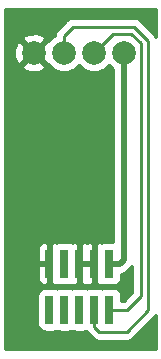
<source format=gbr>
G04 #@! TF.GenerationSoftware,KiCad,Pcbnew,5.0.0-rc2-dev-unknown+dfsg1+20180318-3*
G04 #@! TF.CreationDate,2018-05-24T18:55:41-07:00*
G04 #@! TF.ProjectId,programmer,70726F6772616D6D65722E6B69636164,rev?*
G04 #@! TF.SameCoordinates,Original*
G04 #@! TF.FileFunction,Copper,L1,Top,Signal*
G04 #@! TF.FilePolarity,Positive*
%FSLAX46Y46*%
G04 Gerber Fmt 4.6, Leading zero omitted, Abs format (unit mm)*
G04 Created by KiCad (PCBNEW 5.0.0-rc2-dev-unknown+dfsg1+20180318-3) date Thu May 24 18:55:41 2018*
%MOMM*%
%LPD*%
G01*
G04 APERTURE LIST*
%ADD10R,0.740000X2.400000*%
%ADD11C,2.000000*%
%ADD12C,0.500000*%
%ADD13C,0.250000*%
%ADD14C,0.254000*%
G04 APERTURE END LIST*
D10*
X140940000Y-66650000D03*
X140940000Y-70550000D03*
X139670000Y-66650000D03*
X139670000Y-70550000D03*
X138400000Y-66650000D03*
X138400000Y-70550000D03*
X137130000Y-66650000D03*
X137130000Y-70550000D03*
X135860000Y-66650000D03*
X135860000Y-70550000D03*
D11*
X142140000Y-48800000D03*
X139600000Y-48800000D03*
X137060000Y-48800000D03*
X134520000Y-48800000D03*
D12*
X142140000Y-48800000D02*
X142140000Y-66320000D01*
X142140000Y-66320000D02*
X141810000Y-66650000D01*
X141810000Y-66650000D02*
X140940000Y-66650000D01*
D13*
X141200000Y-47200000D02*
X142800000Y-47200000D01*
X139600000Y-48800000D02*
X141200000Y-47200000D01*
X142800000Y-47200000D02*
X143600000Y-48000000D01*
X143600000Y-69400000D02*
X142450000Y-70550000D01*
X143600000Y-48000000D02*
X143600000Y-69400000D01*
X142450000Y-70550000D02*
X140940000Y-70550000D01*
X138400000Y-46600000D02*
X138200000Y-46600000D01*
X138800000Y-46600000D02*
X138400000Y-46600000D01*
X137060000Y-48800000D02*
X137060000Y-47385787D01*
X137060000Y-47385787D02*
X137845787Y-46600000D01*
X137845787Y-46600000D02*
X138400000Y-46600000D01*
X139200000Y-46600000D02*
X138800000Y-46600000D01*
X143000000Y-46600000D02*
X139200000Y-46600000D01*
X144200000Y-47800000D02*
X143000000Y-46600000D01*
X144200000Y-70600000D02*
X144200000Y-47800000D01*
X142400000Y-72400000D02*
X144200000Y-70600000D01*
X140070000Y-72400000D02*
X142400000Y-72400000D01*
X139670000Y-70550000D02*
X139670000Y-72000000D01*
X139670000Y-72000000D02*
X140070000Y-72400000D01*
D14*
X144873000Y-45127000D02*
X132127000Y-45127000D01*
X144873000Y-45368300D02*
X132127000Y-45368300D01*
X144873000Y-45609600D02*
X132127000Y-45609600D01*
X137716138Y-45850900D02*
X132127000Y-45850900D01*
X144873000Y-45850900D02*
X143129650Y-45850900D01*
X137271045Y-46092200D02*
X132127000Y-46092200D01*
X144873000Y-46092200D02*
X143574743Y-46092200D01*
X137037486Y-46333500D02*
X132127000Y-46333500D01*
X144873000Y-46333500D02*
X143808302Y-46333500D01*
X136796186Y-46574800D02*
X132127000Y-46574800D01*
X144873000Y-46574800D02*
X144049602Y-46574800D01*
X136544636Y-46816100D02*
X132127000Y-46816100D01*
X144873000Y-46816100D02*
X144290902Y-46816100D01*
X136365379Y-47057400D02*
X132127000Y-47057400D01*
X144873000Y-47057400D02*
X144532202Y-47057400D01*
X133843492Y-47298700D02*
X132127000Y-47298700D01*
X136302435Y-47298700D02*
X135173780Y-47298700D01*
X144873000Y-47298700D02*
X144779086Y-47298700D01*
X133586807Y-47540000D02*
X132127000Y-47540000D01*
X136007761Y-47540000D02*
X135453194Y-47540000D01*
X133680905Y-47781300D02*
X132127000Y-47781300D01*
X135766461Y-47781300D02*
X135359095Y-47781300D01*
X133064627Y-48022600D02*
X132127000Y-48022600D01*
X133922205Y-48022600D02*
X133562995Y-48022600D01*
X135477005Y-48022600D02*
X135117795Y-48022600D01*
X132974981Y-48263900D02*
X132127000Y-48263900D01*
X134163505Y-48263900D02*
X133804295Y-48263900D01*
X135235705Y-48263900D02*
X134876495Y-48263900D01*
X132885335Y-48505200D02*
X132127000Y-48505200D01*
X134404805Y-48505200D02*
X134045595Y-48505200D01*
X134994405Y-48505200D02*
X134635195Y-48505200D01*
X132881901Y-48746500D02*
X132127000Y-48746500D01*
X134753105Y-48746500D02*
X134286895Y-48746500D01*
X132890829Y-48987800D02*
X132127000Y-48987800D01*
X134511805Y-48987800D02*
X134152595Y-48987800D01*
X134887405Y-48987800D02*
X134528195Y-48987800D01*
X132916220Y-49229100D02*
X132127000Y-49229100D01*
X134270505Y-49229100D02*
X133911295Y-49229100D01*
X135128705Y-49229100D02*
X134769495Y-49229100D01*
X133016169Y-49470400D02*
X132127000Y-49470400D01*
X134029205Y-49470400D02*
X133669995Y-49470400D01*
X135370005Y-49470400D02*
X135010795Y-49470400D01*
X133201866Y-49711700D02*
X132127000Y-49711700D01*
X133787905Y-49711700D02*
X133428695Y-49711700D01*
X135611305Y-49711700D02*
X135252095Y-49711700D01*
X133547246Y-49953000D02*
X132127000Y-49953000D01*
X135900761Y-49953000D02*
X135492753Y-49953000D01*
X138440761Y-49953000D02*
X138219239Y-49953000D01*
X140980761Y-49953000D02*
X140759239Y-49953000D01*
X133636460Y-50194300D02*
X132127000Y-50194300D01*
X136153677Y-50194300D02*
X135403539Y-50194300D01*
X138693677Y-50194300D02*
X137966322Y-50194300D01*
X141233677Y-50194300D02*
X140506322Y-50194300D01*
X134227715Y-50435600D02*
X132127000Y-50435600D01*
X141255000Y-50435600D02*
X134534032Y-50435600D01*
X141255000Y-50676900D02*
X132127000Y-50676900D01*
X141255000Y-50918200D02*
X132127000Y-50918200D01*
X141255000Y-51159500D02*
X132127000Y-51159500D01*
X141255000Y-51400800D02*
X132127000Y-51400800D01*
X141255000Y-51642100D02*
X132127000Y-51642100D01*
X141255000Y-51883400D02*
X132127000Y-51883400D01*
X141255000Y-52124700D02*
X132127000Y-52124700D01*
X141255000Y-52366000D02*
X132127000Y-52366000D01*
X141255000Y-52607300D02*
X132127000Y-52607300D01*
X141255000Y-52848600D02*
X132127000Y-52848600D01*
X141255000Y-53089900D02*
X132127000Y-53089900D01*
X141255000Y-53331200D02*
X132127000Y-53331200D01*
X141255000Y-53572500D02*
X132127000Y-53572500D01*
X141255000Y-53813800D02*
X132127000Y-53813800D01*
X141255000Y-54055100D02*
X132127000Y-54055100D01*
X141255000Y-54296400D02*
X132127000Y-54296400D01*
X141255000Y-54537700D02*
X132127000Y-54537700D01*
X141255000Y-54779000D02*
X132127000Y-54779000D01*
X141255000Y-55020300D02*
X132127000Y-55020300D01*
X141255000Y-55261600D02*
X132127000Y-55261600D01*
X141255000Y-55502900D02*
X132127000Y-55502900D01*
X141255000Y-55744200D02*
X132127000Y-55744200D01*
X141255000Y-55985500D02*
X132127000Y-55985500D01*
X141255000Y-56226800D02*
X132127000Y-56226800D01*
X141255000Y-56468100D02*
X132127000Y-56468100D01*
X141255000Y-56709400D02*
X132127000Y-56709400D01*
X141255000Y-56950700D02*
X132127000Y-56950700D01*
X141255000Y-57192000D02*
X132127000Y-57192000D01*
X141255000Y-57433300D02*
X132127000Y-57433300D01*
X141255000Y-57674600D02*
X132127000Y-57674600D01*
X141255000Y-57915900D02*
X132127000Y-57915900D01*
X141255000Y-58157200D02*
X132127000Y-58157200D01*
X141255000Y-58398500D02*
X132127000Y-58398500D01*
X141255000Y-58639800D02*
X132127000Y-58639800D01*
X141255000Y-58881100D02*
X132127000Y-58881100D01*
X141255000Y-59122400D02*
X132127000Y-59122400D01*
X141255000Y-59363700D02*
X132127000Y-59363700D01*
X141255000Y-59605000D02*
X132127000Y-59605000D01*
X141255000Y-59846300D02*
X132127000Y-59846300D01*
X141255000Y-60087600D02*
X132127000Y-60087600D01*
X141255000Y-60328900D02*
X132127000Y-60328900D01*
X141255000Y-60570200D02*
X132127000Y-60570200D01*
X141255000Y-60811500D02*
X132127000Y-60811500D01*
X141255000Y-61052800D02*
X132127000Y-61052800D01*
X141255000Y-61294100D02*
X132127000Y-61294100D01*
X141255000Y-61535400D02*
X132127000Y-61535400D01*
X141255000Y-61776700D02*
X132127000Y-61776700D01*
X141255000Y-62018000D02*
X132127000Y-62018000D01*
X141255000Y-62259300D02*
X132127000Y-62259300D01*
X141255000Y-62500600D02*
X132127000Y-62500600D01*
X141255000Y-62741900D02*
X132127000Y-62741900D01*
X141255000Y-62983200D02*
X132127000Y-62983200D01*
X141255000Y-63224500D02*
X132127000Y-63224500D01*
X141255000Y-63465800D02*
X132127000Y-63465800D01*
X141255000Y-63707100D02*
X132127000Y-63707100D01*
X141255000Y-63948400D02*
X132127000Y-63948400D01*
X141255000Y-64189700D02*
X132127000Y-64189700D01*
X141255000Y-64431000D02*
X132127000Y-64431000D01*
X141255000Y-64672300D02*
X132127000Y-64672300D01*
X135128375Y-64913600D02*
X132127000Y-64913600D01*
X136047150Y-64913600D02*
X135672850Y-64913600D01*
X138587150Y-64913600D02*
X138212850Y-64913600D01*
X139857150Y-64913600D02*
X139482850Y-64913600D01*
X134924916Y-65154900D02*
X132127000Y-65154900D01*
X135987000Y-65154900D02*
X135733000Y-65154900D01*
X138527000Y-65154900D02*
X138273000Y-65154900D01*
X139797000Y-65154900D02*
X139543000Y-65154900D01*
X134855000Y-65396200D02*
X132127000Y-65396200D01*
X135987000Y-65396200D02*
X135733000Y-65396200D01*
X138527000Y-65396200D02*
X138273000Y-65396200D01*
X139797000Y-65396200D02*
X139543000Y-65396200D01*
X134855000Y-65637500D02*
X132127000Y-65637500D01*
X135987000Y-65637500D02*
X135733000Y-65637500D01*
X138527000Y-65637500D02*
X138273000Y-65637500D01*
X139797000Y-65637500D02*
X139543000Y-65637500D01*
X134855000Y-65878800D02*
X132127000Y-65878800D01*
X135987000Y-65878800D02*
X135733000Y-65878800D01*
X138527000Y-65878800D02*
X138273000Y-65878800D01*
X139797000Y-65878800D02*
X139543000Y-65878800D01*
X134855000Y-66120100D02*
X132127000Y-66120100D01*
X135987000Y-66120100D02*
X135733000Y-66120100D01*
X138527000Y-66120100D02*
X138273000Y-66120100D01*
X139797000Y-66120100D02*
X139543000Y-66120100D01*
X134855000Y-66361400D02*
X132127000Y-66361400D01*
X135987000Y-66361400D02*
X135733000Y-66361400D01*
X138527000Y-66361400D02*
X138273000Y-66361400D01*
X139797000Y-66361400D02*
X139543000Y-66361400D01*
X136007000Y-66602700D02*
X132127000Y-66602700D01*
X139817000Y-66602700D02*
X138253000Y-66602700D01*
X134946750Y-66844000D02*
X132127000Y-66844000D01*
X135987000Y-66844000D02*
X135733000Y-66844000D01*
X138527000Y-66844000D02*
X138273000Y-66844000D01*
X139797000Y-66844000D02*
X139543000Y-66844000D01*
X134855000Y-67085300D02*
X132127000Y-67085300D01*
X135987000Y-67085300D02*
X135733000Y-67085300D01*
X138527000Y-67085300D02*
X138273000Y-67085300D01*
X139797000Y-67085300D02*
X139543000Y-67085300D01*
X142840001Y-67085300D02*
X142626278Y-67085300D01*
X134855000Y-67326600D02*
X132127000Y-67326600D01*
X135987000Y-67326600D02*
X135733000Y-67326600D01*
X138527000Y-67326600D02*
X138273000Y-67326600D01*
X139797000Y-67326600D02*
X139543000Y-67326600D01*
X142840001Y-67326600D02*
X142390353Y-67326600D01*
X134855000Y-67567900D02*
X132127000Y-67567900D01*
X135987000Y-67567900D02*
X135733000Y-67567900D01*
X138527000Y-67567900D02*
X138273000Y-67567900D01*
X139797000Y-67567900D02*
X139543000Y-67567900D01*
X142840001Y-67567900D02*
X141957440Y-67567900D01*
X134855000Y-67809200D02*
X132127000Y-67809200D01*
X135987000Y-67809200D02*
X135733000Y-67809200D01*
X138527000Y-67809200D02*
X138273000Y-67809200D01*
X139797000Y-67809200D02*
X139543000Y-67809200D01*
X142840001Y-67809200D02*
X141957440Y-67809200D01*
X134885730Y-68050500D02*
X132127000Y-68050500D01*
X135987000Y-68050500D02*
X135733000Y-68050500D01*
X138527000Y-68050500D02*
X138273000Y-68050500D01*
X139797000Y-68050500D02*
X139543000Y-68050500D01*
X142840001Y-68050500D02*
X141917558Y-68050500D01*
X135033774Y-68291800D02*
X132127000Y-68291800D01*
X135987000Y-68291800D02*
X135733000Y-68291800D01*
X138527000Y-68291800D02*
X138273000Y-68291800D01*
X139797000Y-68291800D02*
X139543000Y-68291800D01*
X142840001Y-68291800D02*
X141778505Y-68291800D01*
X142840001Y-68533100D02*
X132127000Y-68533100D01*
X135208477Y-68774400D02*
X132127000Y-68774400D01*
X142840001Y-68774400D02*
X141591524Y-68774400D01*
X134949665Y-69015700D02*
X132127000Y-69015700D01*
X142840001Y-69015700D02*
X141850336Y-69015700D01*
X134861059Y-69257000D02*
X132127000Y-69257000D01*
X142668199Y-69257000D02*
X141938942Y-69257000D01*
X134842560Y-69498300D02*
X132127000Y-69498300D01*
X142426899Y-69498300D02*
X141957440Y-69498300D01*
X134842560Y-69739600D02*
X132127000Y-69739600D01*
X142185599Y-69739600D02*
X141957440Y-69739600D01*
X134842560Y-69980900D02*
X132127000Y-69980900D01*
X134842560Y-70222200D02*
X132127000Y-70222200D01*
X134842560Y-70463500D02*
X132127000Y-70463500D01*
X134842560Y-70704800D02*
X132127000Y-70704800D01*
X134842560Y-70946100D02*
X132127000Y-70946100D01*
X134842560Y-71187400D02*
X132127000Y-71187400D01*
X144873000Y-71187400D02*
X144688856Y-71187400D01*
X134842560Y-71428700D02*
X132127000Y-71428700D01*
X144873000Y-71428700D02*
X144446102Y-71428700D01*
X134842560Y-71670000D02*
X132127000Y-71670000D01*
X144873000Y-71670000D02*
X144204802Y-71670000D01*
X134874644Y-71911300D02*
X132127000Y-71911300D01*
X144873000Y-71911300D02*
X143963502Y-71911300D01*
X134995301Y-72152600D02*
X132127000Y-72152600D01*
X144873000Y-72152600D02*
X143722201Y-72152600D01*
X135472203Y-72393900D02*
X132127000Y-72393900D01*
X136742203Y-72393900D02*
X136247796Y-72393900D01*
X138012203Y-72393900D02*
X137517796Y-72393900D01*
X139019152Y-72393900D02*
X138787797Y-72393900D01*
X144873000Y-72393900D02*
X143480901Y-72393900D01*
X139230398Y-72635200D02*
X132127000Y-72635200D01*
X144873000Y-72635200D02*
X143239601Y-72635200D01*
X139471698Y-72876500D02*
X132127000Y-72876500D01*
X144873000Y-72876500D02*
X142998301Y-72876500D01*
X139782994Y-73117800D02*
X132127000Y-73117800D01*
X144873000Y-73117800D02*
X142687005Y-73117800D01*
X144873000Y-73359100D02*
X132127000Y-73359100D01*
X144873000Y-73600400D02*
X132127000Y-73600400D01*
X144873000Y-73841700D02*
X132127000Y-73841700D01*
X144873000Y-47439253D02*
X144873000Y-45127000D01*
X144873000Y-73873000D02*
X144873000Y-70960747D01*
X144631700Y-47156899D02*
X144631700Y-45127000D01*
X144631700Y-73873000D02*
X144631700Y-71243103D01*
X144390400Y-46915599D02*
X144390400Y-45127000D01*
X144390400Y-73873000D02*
X144390400Y-71484403D01*
X144149100Y-46674299D02*
X144149100Y-45127000D01*
X144149100Y-73873000D02*
X144149100Y-71725703D01*
X143907800Y-46432999D02*
X143907800Y-45127000D01*
X143907800Y-73873000D02*
X143907800Y-71967003D01*
X143666500Y-46191699D02*
X143666500Y-45127000D01*
X143666500Y-73873000D02*
X143666500Y-72208302D01*
X143425200Y-45970066D02*
X143425200Y-45127000D01*
X143425200Y-73873000D02*
X143425200Y-72449602D01*
X143183900Y-45861692D02*
X143183900Y-45127000D01*
X143183900Y-73873000D02*
X143183900Y-72690902D01*
X142942600Y-45836529D02*
X142942600Y-45127000D01*
X142942600Y-73873000D02*
X142942600Y-72951490D01*
X142701300Y-45840000D02*
X142701300Y-45127000D01*
X142701300Y-69223898D02*
X142701300Y-67010278D01*
X142701300Y-73873000D02*
X142701300Y-73112722D01*
X142460000Y-45840000D02*
X142460000Y-45127000D01*
X142460000Y-69465198D02*
X142460000Y-67270164D01*
X142460000Y-73873000D02*
X142460000Y-73162954D01*
X142218700Y-45840000D02*
X142218700Y-45127000D01*
X142218700Y-69706498D02*
X142218700Y-67441296D01*
X142218700Y-73873000D02*
X142218700Y-73160000D01*
X141977400Y-45840000D02*
X141977400Y-45127000D01*
X141977400Y-69790000D02*
X141977400Y-67519041D01*
X141977400Y-73873000D02*
X141977400Y-73160000D01*
X141736100Y-45840000D02*
X141736100Y-45127000D01*
X141736100Y-68871004D02*
X141736100Y-68328997D01*
X141736100Y-73873000D02*
X141736100Y-73160000D01*
X141494800Y-45840000D02*
X141494800Y-45127000D01*
X141494800Y-68739319D02*
X141494800Y-68460682D01*
X141494800Y-73873000D02*
X141494800Y-73160000D01*
X141253500Y-45840000D02*
X141253500Y-45127000D01*
X141253500Y-64802560D02*
X141253500Y-50202510D01*
X141253500Y-68702560D02*
X141253500Y-68497440D01*
X141253500Y-73873000D02*
X141253500Y-73160000D01*
X141012200Y-45840000D02*
X141012200Y-45127000D01*
X141012200Y-64802560D02*
X141012200Y-49984439D01*
X141012200Y-68702560D02*
X141012200Y-68497440D01*
X141012200Y-73873000D02*
X141012200Y-73160000D01*
X140770900Y-45840000D02*
X140770900Y-45127000D01*
X140770900Y-64802560D02*
X140770900Y-49941339D01*
X140770900Y-68702560D02*
X140770900Y-68497440D01*
X140770900Y-73873000D02*
X140770900Y-73160000D01*
X140529600Y-45840000D02*
X140529600Y-45127000D01*
X140529600Y-64810595D02*
X140529600Y-50182639D01*
X140529600Y-68710595D02*
X140529600Y-68489404D01*
X140529600Y-73873000D02*
X140529600Y-73160000D01*
X140288300Y-45840000D02*
X140288300Y-45127000D01*
X140288300Y-64865530D02*
X140288300Y-50284609D01*
X140288300Y-68752201D02*
X140288300Y-68434471D01*
X140288300Y-73873000D02*
X140288300Y-73160000D01*
X140047000Y-45840000D02*
X140047000Y-45127000D01*
X140047000Y-64815000D02*
X140047000Y-50384558D01*
X140047000Y-68703953D02*
X140047000Y-68485000D01*
X140047000Y-73873000D02*
X140047000Y-73170313D01*
X139805700Y-45840000D02*
X139805700Y-45127000D01*
X139805700Y-64965050D02*
X139805700Y-50435000D01*
X139805700Y-66777000D02*
X139805700Y-66523000D01*
X139805700Y-68702560D02*
X139805700Y-68334950D01*
X139805700Y-73873000D02*
X139805700Y-73122316D01*
X139564400Y-45840000D02*
X139564400Y-45127000D01*
X139564400Y-68702560D02*
X139564400Y-50435000D01*
X139564400Y-73873000D02*
X139564400Y-72976212D01*
X139323100Y-45840000D02*
X139323100Y-45127000D01*
X139323100Y-64815000D02*
X139323100Y-50435000D01*
X139323100Y-66777000D02*
X139323100Y-66523000D01*
X139323100Y-68702560D02*
X139323100Y-68485000D01*
X139323100Y-73873000D02*
X139323100Y-72727901D01*
X139081800Y-45840000D02*
X139081800Y-45127000D01*
X139081800Y-64853061D02*
X139081800Y-50355065D01*
X139081800Y-66777000D02*
X139081800Y-66523000D01*
X139081800Y-68745962D02*
X139081800Y-68446938D01*
X139081800Y-73873000D02*
X139081800Y-72487658D01*
X138840500Y-45840000D02*
X138840500Y-45127000D01*
X138840500Y-64815000D02*
X138840500Y-50255115D01*
X138840500Y-66777000D02*
X138840500Y-66523000D01*
X138840500Y-68716584D02*
X138840500Y-68485000D01*
X138840500Y-73873000D02*
X138840500Y-72383417D01*
X138599200Y-45840000D02*
X138599200Y-45127000D01*
X138599200Y-64901550D02*
X138599200Y-50111439D01*
X138599200Y-66777000D02*
X138599200Y-66523000D01*
X138599200Y-68702560D02*
X138599200Y-68398450D01*
X138599200Y-73873000D02*
X138599200Y-72397440D01*
X138357900Y-45840000D02*
X138357900Y-45127000D01*
X138357900Y-64973750D02*
X138357900Y-49870139D01*
X138357900Y-66777000D02*
X138357900Y-64973750D01*
X138357900Y-68702560D02*
X138357900Y-66777000D01*
X138357900Y-73873000D02*
X138357900Y-72397440D01*
X138116600Y-45840000D02*
X138116600Y-45127000D01*
X138116600Y-64817350D02*
X138116600Y-50055639D01*
X138116600Y-68702560D02*
X138116600Y-68482650D01*
X138116600Y-73873000D02*
X138116600Y-72397440D01*
X137875300Y-45830983D02*
X137875300Y-45127000D01*
X137875300Y-64826759D02*
X137875300Y-50232003D01*
X137875300Y-68733331D02*
X137875300Y-68473240D01*
X137875300Y-73873000D02*
X137875300Y-72366668D01*
X137634000Y-45867238D02*
X137634000Y-45127000D01*
X137634000Y-64829214D02*
X137634000Y-50331953D01*
X137634000Y-68729214D02*
X137634000Y-68470787D01*
X137634000Y-73873000D02*
X137634000Y-72370787D01*
X137392700Y-45988699D02*
X137392700Y-45127000D01*
X137392700Y-64802560D02*
X137392700Y-50431903D01*
X137392700Y-68702560D02*
X137392700Y-68497440D01*
X137392700Y-73873000D02*
X137392700Y-72397440D01*
X137151400Y-46219585D02*
X137151400Y-45127000D01*
X137151400Y-64802560D02*
X137151400Y-50435000D01*
X137151400Y-68702560D02*
X137151400Y-68497440D01*
X137151400Y-73873000D02*
X137151400Y-72397440D01*
X136910100Y-46460885D02*
X136910100Y-45127000D01*
X136910100Y-64802560D02*
X136910100Y-50435000D01*
X136910100Y-68702560D02*
X136910100Y-68497440D01*
X136910100Y-73873000D02*
X136910100Y-72397440D01*
X136668800Y-46702185D02*
X136668800Y-45127000D01*
X136668800Y-64820700D02*
X136668800Y-50407670D01*
X136668800Y-68720700D02*
X136668800Y-68479299D01*
X136668800Y-73873000D02*
X136668800Y-72379299D01*
X136427500Y-46964428D02*
X136427500Y-45127000D01*
X136427500Y-64844488D02*
X136427500Y-50307721D01*
X136427500Y-68741845D02*
X136427500Y-68455513D01*
X136427500Y-73873000D02*
X136427500Y-72358156D01*
X136186200Y-47392228D02*
X136186200Y-45127000D01*
X136186200Y-64815000D02*
X136186200Y-50207771D01*
X136186200Y-68702560D02*
X136186200Y-68485000D01*
X136186200Y-73873000D02*
X136186200Y-72397440D01*
X135944900Y-47602861D02*
X135944900Y-45127000D01*
X135944900Y-64973750D02*
X135944900Y-49997139D01*
X135944900Y-68702560D02*
X135944900Y-64973750D01*
X135944900Y-73873000D02*
X135944900Y-72397440D01*
X135703600Y-47838561D02*
X135703600Y-45127000D01*
X135703600Y-64944350D02*
X135703600Y-49761440D01*
X135703600Y-66777000D02*
X135703600Y-66523000D01*
X135703600Y-68702560D02*
X135703600Y-68355650D01*
X135703600Y-73873000D02*
X135703600Y-72397440D01*
X135462300Y-47564631D02*
X135462300Y-45127000D01*
X135462300Y-48037305D02*
X135462300Y-47678095D01*
X135462300Y-49921905D02*
X135462300Y-49562695D01*
X135462300Y-64815000D02*
X135462300Y-50035370D01*
X135462300Y-66777000D02*
X135462300Y-66523000D01*
X135462300Y-68708069D02*
X135462300Y-68485000D01*
X135462300Y-73873000D02*
X135462300Y-72391930D01*
X135221000Y-47316244D02*
X135221000Y-45127000D01*
X135221000Y-48278605D02*
X135221000Y-47919395D01*
X135221000Y-49680605D02*
X135221000Y-49321395D01*
X135221000Y-64874104D02*
X135221000Y-50291156D01*
X135221000Y-66777000D02*
X135221000Y-66523000D01*
X135221000Y-68766031D02*
X135221000Y-68425895D01*
X135221000Y-73873000D02*
X135221000Y-72333968D01*
X134979700Y-47226597D02*
X134979700Y-45127000D01*
X134979700Y-48519905D02*
X134979700Y-48160695D01*
X134979700Y-49439305D02*
X134979700Y-49080095D01*
X134979700Y-65062274D02*
X134979700Y-50391105D01*
X134979700Y-66811050D02*
X134979700Y-66488950D01*
X134979700Y-68970748D02*
X134979700Y-68237725D01*
X134979700Y-73873000D02*
X134979700Y-72129251D01*
X134738400Y-47155799D02*
X134738400Y-45127000D01*
X134738400Y-48761205D02*
X134738400Y-48401995D01*
X134738400Y-49198005D02*
X134738400Y-48838795D01*
X134738400Y-65323691D02*
X134738400Y-50428038D01*
X134738400Y-66935750D02*
X134738400Y-65323691D01*
X134738400Y-73873000D02*
X134738400Y-66935750D01*
X134497100Y-47164728D02*
X134497100Y-45127000D01*
X134497100Y-49002505D02*
X134497100Y-48597495D01*
X134497100Y-65323691D02*
X134497100Y-50436967D01*
X134497100Y-66935750D02*
X134497100Y-65323691D01*
X134497100Y-73873000D02*
X134497100Y-66935750D01*
X134255800Y-47173656D02*
X134255800Y-45127000D01*
X134255800Y-48715405D02*
X134255800Y-48356195D01*
X134255800Y-49243805D02*
X134255800Y-48884595D01*
X134255800Y-65323691D02*
X134255800Y-50445896D01*
X134255800Y-66935750D02*
X134255800Y-65323691D01*
X134255800Y-73873000D02*
X134255800Y-66935750D01*
X134014500Y-47227866D02*
X134014500Y-45127000D01*
X134014500Y-48474105D02*
X134014500Y-48114895D01*
X134014500Y-49485105D02*
X134014500Y-49125895D01*
X134014500Y-65323691D02*
X134014500Y-50356387D01*
X134014500Y-66935750D02*
X134014500Y-65323691D01*
X134014500Y-73873000D02*
X134014500Y-66935750D01*
X133773200Y-47327815D02*
X133773200Y-45127000D01*
X133773200Y-48232805D02*
X133773200Y-47873595D01*
X133773200Y-49726405D02*
X133773200Y-49367195D01*
X133773200Y-65323691D02*
X133773200Y-50266741D01*
X133773200Y-66935750D02*
X133773200Y-65323691D01*
X133773200Y-73873000D02*
X133773200Y-66935750D01*
X133531900Y-47647468D02*
X133531900Y-45127000D01*
X133531900Y-47991505D02*
X133531900Y-47647468D01*
X133531900Y-49952532D02*
X133531900Y-49608495D01*
X133531900Y-65323691D02*
X133531900Y-49952532D01*
X133531900Y-66935750D02*
X133531900Y-65323691D01*
X133531900Y-73873000D02*
X133531900Y-66935750D01*
X133290600Y-47647468D02*
X133290600Y-45127000D01*
X133290600Y-47855493D02*
X133290600Y-47647468D01*
X133290600Y-49952532D02*
X133290600Y-49744506D01*
X133290600Y-65323691D02*
X133290600Y-49952532D01*
X133290600Y-66935750D02*
X133290600Y-65323691D01*
X133290600Y-73873000D02*
X133290600Y-66935750D01*
X133049300Y-47647468D02*
X133049300Y-45127000D01*
X133049300Y-48063854D02*
X133049300Y-47647468D01*
X133049300Y-49952532D02*
X133049300Y-49550383D01*
X133049300Y-65323691D02*
X133049300Y-49952532D01*
X133049300Y-66935750D02*
X133049300Y-65323691D01*
X133049300Y-73873000D02*
X133049300Y-66935750D01*
X132808000Y-47647468D02*
X132808000Y-45127000D01*
X132808000Y-48535461D02*
X132808000Y-47647468D01*
X132808000Y-49952532D02*
X132808000Y-48535461D01*
X132808000Y-65323691D02*
X132808000Y-49952532D01*
X132808000Y-66935750D02*
X132808000Y-65323691D01*
X132808000Y-73873000D02*
X132808000Y-66935750D01*
X132566700Y-47647468D02*
X132566700Y-45127000D01*
X132566700Y-48535461D02*
X132566700Y-47647468D01*
X132566700Y-49952532D02*
X132566700Y-48535461D01*
X132566700Y-65323691D02*
X132566700Y-49952532D01*
X132566700Y-66935750D02*
X132566700Y-65323691D01*
X132566700Y-73873000D02*
X132566700Y-66935750D01*
X132325400Y-47647468D02*
X132325400Y-45127000D01*
X132325400Y-48535461D02*
X132325400Y-47647468D01*
X132325400Y-49952532D02*
X132325400Y-48535461D01*
X132325400Y-65323691D02*
X132325400Y-49952532D01*
X132325400Y-66935750D02*
X132325400Y-65323691D01*
X132325400Y-73873000D02*
X132325400Y-66935750D01*
X144873000Y-47439253D02*
X144747929Y-47252071D01*
X144684473Y-47209671D01*
X143590331Y-46115530D01*
X143547929Y-46052071D01*
X143296537Y-45884096D01*
X143074852Y-45840000D01*
X143074847Y-45840000D01*
X143000000Y-45825112D01*
X142925153Y-45840000D01*
X137920635Y-45840000D01*
X137845787Y-45825112D01*
X137770939Y-45840000D01*
X137770935Y-45840000D01*
X137549250Y-45884096D01*
X137297858Y-46052071D01*
X137255458Y-46115527D01*
X136575528Y-46795458D01*
X136512072Y-46837858D01*
X136344097Y-47089250D01*
X136317073Y-47225111D01*
X136292597Y-47348158D01*
X136133847Y-47413914D01*
X135707689Y-47840072D01*
X135672532Y-47827073D01*
X134699605Y-48800000D01*
X135672532Y-49772927D01*
X135707689Y-49759928D01*
X136133847Y-50186086D01*
X136734778Y-50435000D01*
X137385222Y-50435000D01*
X137986153Y-50186086D01*
X138330000Y-49842239D01*
X138673847Y-50186086D01*
X139274778Y-50435000D01*
X139925222Y-50435000D01*
X140526153Y-50186086D01*
X140870000Y-49842239D01*
X141213847Y-50186086D01*
X141255000Y-50203132D01*
X141255001Y-64802560D01*
X140570000Y-64802560D01*
X140322235Y-64851843D01*
X140296604Y-64868969D01*
X140166310Y-64815000D01*
X139955750Y-64815000D01*
X139797000Y-64973750D01*
X139797000Y-66523000D01*
X139817000Y-66523000D01*
X139817000Y-66777000D01*
X139797000Y-66777000D01*
X139797000Y-68326250D01*
X139955750Y-68485000D01*
X140166310Y-68485000D01*
X140296604Y-68431031D01*
X140322235Y-68448157D01*
X140570000Y-68497440D01*
X141310000Y-68497440D01*
X141557765Y-68448157D01*
X141767809Y-68307809D01*
X141908157Y-68097765D01*
X141957440Y-67850000D01*
X141957440Y-67523011D01*
X142155310Y-67483652D01*
X142448049Y-67288049D01*
X142497425Y-67214153D01*
X142704153Y-67007425D01*
X142778049Y-66958049D01*
X142840001Y-66865332D01*
X142840001Y-69085197D01*
X142135199Y-69790000D01*
X141957440Y-69790000D01*
X141957440Y-69350000D01*
X141908157Y-69102235D01*
X141767809Y-68892191D01*
X141557765Y-68751843D01*
X141310000Y-68702560D01*
X140570000Y-68702560D01*
X140322235Y-68751843D01*
X140305000Y-68763359D01*
X140287765Y-68751843D01*
X140040000Y-68702560D01*
X139300000Y-68702560D01*
X139052235Y-68751843D01*
X139035000Y-68763359D01*
X139017765Y-68751843D01*
X138770000Y-68702560D01*
X138030000Y-68702560D01*
X137782235Y-68751843D01*
X137765000Y-68763359D01*
X137747765Y-68751843D01*
X137500000Y-68702560D01*
X136760000Y-68702560D01*
X136512235Y-68751843D01*
X136495000Y-68763359D01*
X136477765Y-68751843D01*
X136230000Y-68702560D01*
X135490000Y-68702560D01*
X135242235Y-68751843D01*
X135032191Y-68892191D01*
X134891843Y-69102235D01*
X134842560Y-69350000D01*
X134842560Y-71750000D01*
X134891843Y-71997765D01*
X135032191Y-72207809D01*
X135242235Y-72348157D01*
X135490000Y-72397440D01*
X136230000Y-72397440D01*
X136477765Y-72348157D01*
X136495000Y-72336641D01*
X136512235Y-72348157D01*
X136760000Y-72397440D01*
X137500000Y-72397440D01*
X137747765Y-72348157D01*
X137765000Y-72336641D01*
X137782235Y-72348157D01*
X138030000Y-72397440D01*
X138770000Y-72397440D01*
X138992011Y-72353280D01*
X139122072Y-72547929D01*
X139185527Y-72590329D01*
X139479671Y-72884472D01*
X139522071Y-72947929D01*
X139773463Y-73115904D01*
X139995148Y-73160000D01*
X139995152Y-73160000D01*
X140069999Y-73174888D01*
X140144846Y-73160000D01*
X142325153Y-73160000D01*
X142400000Y-73174888D01*
X142474847Y-73160000D01*
X142474852Y-73160000D01*
X142696537Y-73115904D01*
X142947929Y-72947929D01*
X142990331Y-72884470D01*
X144684476Y-71190327D01*
X144747929Y-71147929D01*
X144790327Y-71084476D01*
X144790329Y-71084474D01*
X144873000Y-70960747D01*
X144873000Y-73873000D01*
X132127000Y-73873000D01*
X132127000Y-66935750D01*
X134855000Y-66935750D01*
X134855000Y-67976309D01*
X134951673Y-68209698D01*
X135130301Y-68388327D01*
X135363690Y-68485000D01*
X135574250Y-68485000D01*
X135733000Y-68326250D01*
X135733000Y-66777000D01*
X135013750Y-66777000D01*
X134855000Y-66935750D01*
X132127000Y-66935750D01*
X132127000Y-65323691D01*
X134855000Y-65323691D01*
X134855000Y-66364250D01*
X135013750Y-66523000D01*
X135733000Y-66523000D01*
X135733000Y-64973750D01*
X135987000Y-64973750D01*
X135987000Y-66523000D01*
X136007000Y-66523000D01*
X136007000Y-66777000D01*
X135987000Y-66777000D01*
X135987000Y-68326250D01*
X136145750Y-68485000D01*
X136356310Y-68485000D01*
X136486604Y-68431031D01*
X136512235Y-68448157D01*
X136760000Y-68497440D01*
X137500000Y-68497440D01*
X137747765Y-68448157D01*
X137773396Y-68431031D01*
X137903690Y-68485000D01*
X138114250Y-68485000D01*
X138273000Y-68326250D01*
X138273000Y-66777000D01*
X138527000Y-66777000D01*
X138527000Y-68326250D01*
X138685750Y-68485000D01*
X138896310Y-68485000D01*
X139035000Y-68427553D01*
X139173690Y-68485000D01*
X139384250Y-68485000D01*
X139543000Y-68326250D01*
X139543000Y-66777000D01*
X138527000Y-66777000D01*
X138273000Y-66777000D01*
X138253000Y-66777000D01*
X138253000Y-66523000D01*
X138273000Y-66523000D01*
X138273000Y-64973750D01*
X138527000Y-64973750D01*
X138527000Y-66523000D01*
X139543000Y-66523000D01*
X139543000Y-64973750D01*
X139384250Y-64815000D01*
X139173690Y-64815000D01*
X139035000Y-64872447D01*
X138896310Y-64815000D01*
X138685750Y-64815000D01*
X138527000Y-64973750D01*
X138273000Y-64973750D01*
X138114250Y-64815000D01*
X137903690Y-64815000D01*
X137773396Y-64868969D01*
X137747765Y-64851843D01*
X137500000Y-64802560D01*
X136760000Y-64802560D01*
X136512235Y-64851843D01*
X136486604Y-64868969D01*
X136356310Y-64815000D01*
X136145750Y-64815000D01*
X135987000Y-64973750D01*
X135733000Y-64973750D01*
X135574250Y-64815000D01*
X135363690Y-64815000D01*
X135130301Y-64911673D01*
X134951673Y-65090302D01*
X134855000Y-65323691D01*
X132127000Y-65323691D01*
X132127000Y-49952532D01*
X133547073Y-49952532D01*
X133645736Y-50219387D01*
X134255461Y-50445908D01*
X134905460Y-50421856D01*
X135394264Y-50219387D01*
X135492927Y-49952532D01*
X134520000Y-48979605D01*
X133547073Y-49952532D01*
X132127000Y-49952532D01*
X132127000Y-48535461D01*
X132874092Y-48535461D01*
X132898144Y-49185460D01*
X133100613Y-49674264D01*
X133367468Y-49772927D01*
X134340395Y-48800000D01*
X133367468Y-47827073D01*
X133100613Y-47925736D01*
X132874092Y-48535461D01*
X132127000Y-48535461D01*
X132127000Y-47647468D01*
X133547073Y-47647468D01*
X134520000Y-48620395D01*
X135492927Y-47647468D01*
X135394264Y-47380613D01*
X134784539Y-47154092D01*
X134134540Y-47178144D01*
X133645736Y-47380613D01*
X133547073Y-47647468D01*
X132127000Y-47647468D01*
X132127000Y-45127000D01*
X144873000Y-45127000D01*
X144873000Y-47439253D01*
M02*

</source>
